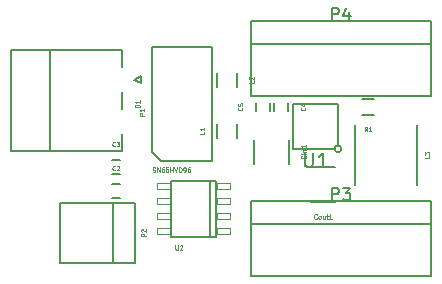
<source format=gbr>
G04 #@! TF.FileFunction,Legend,Top*
%FSLAX46Y46*%
G04 Gerber Fmt 4.6, Leading zero omitted, Abs format (unit mm)*
G04 Created by KiCad (PCBNEW 4.0.4-stable) date 11/07/16 13:36:44*
%MOMM*%
%LPD*%
G01*
G04 APERTURE LIST*
%ADD10C,0.100000*%
%ADD11C,0.150000*%
%ADD12C,0.066040*%
%ADD13C,0.203200*%
%ADD14C,0.050800*%
G04 APERTURE END LIST*
D10*
D11*
X120554000Y-111668000D02*
X121254000Y-111668000D01*
X121254000Y-112868000D02*
X120554000Y-112868000D01*
X120554000Y-109636000D02*
X121254000Y-109636000D01*
X121254000Y-110836000D02*
X120554000Y-110836000D01*
X135474000Y-104806000D02*
X135474000Y-105506000D01*
X134274000Y-105506000D02*
X134274000Y-104806000D01*
X132750000Y-105506000D02*
X132750000Y-104806000D01*
X133950000Y-104806000D02*
X133950000Y-105506000D01*
X135587000Y-109966000D02*
X135587000Y-107966000D01*
X132637000Y-107966000D02*
X132637000Y-109966000D01*
X137430000Y-113235000D02*
X139430000Y-113235000D01*
X139430000Y-110285000D02*
X137430000Y-110285000D01*
X129032000Y-109728000D02*
X124714000Y-109728000D01*
X124714000Y-109728000D02*
X123952000Y-108966000D01*
X123952000Y-108966000D02*
X123952000Y-100076000D01*
X123952000Y-100076000D02*
X124968000Y-100076000D01*
X129037000Y-109702000D02*
X129037000Y-100102000D01*
X129037000Y-100102000D02*
X124947000Y-100102000D01*
X131177000Y-106588000D02*
X131177000Y-107788000D01*
X129427000Y-107788000D02*
X129427000Y-106588000D01*
X129427000Y-103470000D02*
X129427000Y-102270000D01*
X131177000Y-102270000D02*
X131177000Y-103470000D01*
X121422000Y-100340000D02*
X112062000Y-100340000D01*
X112062000Y-100340000D02*
X112062000Y-108900000D01*
X112062000Y-108900000D02*
X121422000Y-108900000D01*
X121422000Y-100340000D02*
X121422000Y-101820000D01*
X121422000Y-108900000D02*
X121422000Y-107420000D01*
X121422000Y-103920000D02*
X121422000Y-105320000D01*
X115342000Y-100340000D02*
X115342000Y-108900000D01*
X122442000Y-102870000D02*
X123042000Y-103170000D01*
X123042000Y-103170000D02*
X123042000Y-102570000D01*
X123042000Y-102570000D02*
X122442000Y-102870000D01*
X120650000Y-118364000D02*
X120650000Y-113284000D01*
X116205000Y-118364000D02*
X116205000Y-113284000D01*
X122555000Y-113284000D02*
X122555000Y-118364000D01*
X122555000Y-113284000D02*
X116205000Y-113284000D01*
X122555000Y-118364000D02*
X116205000Y-118364000D01*
X141740000Y-104481000D02*
X142740000Y-104481000D01*
X142740000Y-105831000D02*
X141740000Y-105831000D01*
D12*
X130606800Y-115940840D02*
X130606800Y-115450620D01*
X130606800Y-115450620D02*
X129506980Y-115450620D01*
X129506980Y-115940840D02*
X129506980Y-115450620D01*
X130606800Y-115940840D02*
X129506980Y-115940840D01*
X130606800Y-114670840D02*
X130606800Y-114180620D01*
X130606800Y-114180620D02*
X129506980Y-114180620D01*
X129506980Y-114670840D02*
X129506980Y-114180620D01*
X130606800Y-114670840D02*
X129506980Y-114670840D01*
X130606800Y-113403380D02*
X130606800Y-112913160D01*
X130606800Y-112913160D02*
X129506980Y-112913160D01*
X129506980Y-113403380D02*
X129506980Y-112913160D01*
X130606800Y-113403380D02*
X129506980Y-113403380D01*
X130606800Y-112133380D02*
X130606800Y-111643160D01*
X130606800Y-111643160D02*
X129506980Y-111643160D01*
X129506980Y-112133380D02*
X129506980Y-111643160D01*
X130606800Y-112133380D02*
X129506980Y-112133380D01*
X125509020Y-112133380D02*
X125509020Y-111643160D01*
X125509020Y-111643160D02*
X124409200Y-111643160D01*
X124409200Y-112133380D02*
X124409200Y-111643160D01*
X125509020Y-112133380D02*
X124409200Y-112133380D01*
X125509020Y-113403380D02*
X125509020Y-112913160D01*
X125509020Y-112913160D02*
X124409200Y-112913160D01*
X124409200Y-113403380D02*
X124409200Y-112913160D01*
X125509020Y-113403380D02*
X124409200Y-113403380D01*
X125509020Y-114670840D02*
X125509020Y-114180620D01*
X125509020Y-114180620D02*
X124409200Y-114180620D01*
X124409200Y-114670840D02*
X124409200Y-114180620D01*
X125509020Y-114670840D02*
X124409200Y-114670840D01*
X125509020Y-115940840D02*
X125509020Y-115450620D01*
X125509020Y-115450620D02*
X124409200Y-115450620D01*
X124409200Y-115940840D02*
X124409200Y-115450620D01*
X125509020Y-115940840D02*
X124409200Y-115940840D01*
D13*
X125608080Y-111394240D02*
X128907540Y-111394240D01*
X128907540Y-111394240D02*
X129407920Y-111394240D01*
X129407920Y-111394240D02*
X129407920Y-116189760D01*
X129407920Y-116189760D02*
X128907540Y-116189760D01*
X128907540Y-116189760D02*
X125608080Y-116189760D01*
X125608080Y-116189760D02*
X125608080Y-111394240D01*
X128907540Y-111394240D02*
X128907540Y-116189760D01*
D11*
X146364000Y-106670000D02*
X146364000Y-111770000D01*
X141164000Y-106670000D02*
X141164000Y-111770000D01*
X139954000Y-119507000D02*
X147574000Y-119507000D01*
X139954000Y-115062000D02*
X147574000Y-115062000D01*
X139954000Y-113157000D02*
X147574000Y-113157000D01*
X132334000Y-113157000D02*
X132334000Y-119507000D01*
X147574000Y-113157000D02*
X147574000Y-119507000D01*
X139954000Y-115062000D02*
X132334000Y-115062000D01*
X132334000Y-113157000D02*
X139954000Y-113157000D01*
X139954000Y-119507000D02*
X132334000Y-119507000D01*
X139954000Y-104267000D02*
X147574000Y-104267000D01*
X139954000Y-99822000D02*
X147574000Y-99822000D01*
X139954000Y-97917000D02*
X147574000Y-97917000D01*
X132334000Y-97917000D02*
X132334000Y-104267000D01*
X147574000Y-97917000D02*
X147574000Y-104267000D01*
X139954000Y-99822000D02*
X132334000Y-99822000D01*
X132334000Y-97917000D02*
X139954000Y-97917000D01*
X139954000Y-104267000D02*
X132334000Y-104267000D01*
X139446000Y-108712000D02*
X135890000Y-108712000D01*
X135890000Y-108712000D02*
X135890000Y-104902000D01*
X135890000Y-104902000D02*
X139700000Y-104902000D01*
X139700000Y-104902000D02*
X139700000Y-108458000D01*
X139983981Y-108712000D02*
G75*
G03X139983981Y-108712000I-283981J0D01*
G01*
D14*
X120840501Y-110504071D02*
X120822358Y-110522214D01*
X120767929Y-110540357D01*
X120731643Y-110540357D01*
X120677215Y-110522214D01*
X120640929Y-110485929D01*
X120622786Y-110449643D01*
X120604643Y-110377071D01*
X120604643Y-110322643D01*
X120622786Y-110250071D01*
X120640929Y-110213786D01*
X120677215Y-110177500D01*
X120731643Y-110159357D01*
X120767929Y-110159357D01*
X120822358Y-110177500D01*
X120840501Y-110195643D01*
X120985643Y-110195643D02*
X121003786Y-110177500D01*
X121040072Y-110159357D01*
X121130786Y-110159357D01*
X121167072Y-110177500D01*
X121185215Y-110195643D01*
X121203358Y-110231929D01*
X121203358Y-110268214D01*
X121185215Y-110322643D01*
X120967501Y-110540357D01*
X121203358Y-110540357D01*
X120840501Y-108472071D02*
X120822358Y-108490214D01*
X120767929Y-108508357D01*
X120731643Y-108508357D01*
X120677215Y-108490214D01*
X120640929Y-108453929D01*
X120622786Y-108417643D01*
X120604643Y-108345071D01*
X120604643Y-108290643D01*
X120622786Y-108218071D01*
X120640929Y-108181786D01*
X120677215Y-108145500D01*
X120731643Y-108127357D01*
X120767929Y-108127357D01*
X120822358Y-108145500D01*
X120840501Y-108163643D01*
X120967501Y-108127357D02*
X121203358Y-108127357D01*
X121076358Y-108272500D01*
X121130786Y-108272500D01*
X121167072Y-108290643D01*
X121185215Y-108308786D01*
X121203358Y-108345071D01*
X121203358Y-108435786D01*
X121185215Y-108472071D01*
X121167072Y-108490214D01*
X121130786Y-108508357D01*
X121021929Y-108508357D01*
X120985643Y-108490214D01*
X120967501Y-108472071D01*
X136910071Y-105219499D02*
X136928214Y-105237642D01*
X136946357Y-105292071D01*
X136946357Y-105328357D01*
X136928214Y-105382785D01*
X136891929Y-105419071D01*
X136855643Y-105437214D01*
X136783071Y-105455357D01*
X136728643Y-105455357D01*
X136656071Y-105437214D01*
X136619786Y-105419071D01*
X136583500Y-105382785D01*
X136565357Y-105328357D01*
X136565357Y-105292071D01*
X136583500Y-105237642D01*
X136601643Y-105219499D01*
X136692357Y-104892928D02*
X136946357Y-104892928D01*
X136547214Y-104983642D02*
X136819357Y-105074357D01*
X136819357Y-104838499D01*
X131586071Y-105219499D02*
X131604214Y-105237642D01*
X131622357Y-105292071D01*
X131622357Y-105328357D01*
X131604214Y-105382785D01*
X131567929Y-105419071D01*
X131531643Y-105437214D01*
X131459071Y-105455357D01*
X131404643Y-105455357D01*
X131332071Y-105437214D01*
X131295786Y-105419071D01*
X131259500Y-105382785D01*
X131241357Y-105328357D01*
X131241357Y-105292071D01*
X131259500Y-105237642D01*
X131277643Y-105219499D01*
X131241357Y-104874785D02*
X131241357Y-105056214D01*
X131422786Y-105074357D01*
X131404643Y-105056214D01*
X131386500Y-105019928D01*
X131386500Y-104929214D01*
X131404643Y-104892928D01*
X131422786Y-104874785D01*
X131459071Y-104856642D01*
X131549786Y-104856642D01*
X131586071Y-104874785D01*
X131604214Y-104892928D01*
X131622357Y-104929214D01*
X131622357Y-105019928D01*
X131604214Y-105056214D01*
X131586071Y-105074357D01*
X136948071Y-109292571D02*
X136966214Y-109310714D01*
X136984357Y-109365143D01*
X136984357Y-109401429D01*
X136966214Y-109455857D01*
X136929929Y-109492143D01*
X136893643Y-109510286D01*
X136821071Y-109528429D01*
X136766643Y-109528429D01*
X136694071Y-109510286D01*
X136657786Y-109492143D01*
X136621500Y-109455857D01*
X136603357Y-109401429D01*
X136603357Y-109365143D01*
X136621500Y-109310714D01*
X136639643Y-109292571D01*
X136984357Y-109129286D02*
X136730357Y-109129286D01*
X136603357Y-109129286D02*
X136621500Y-109147429D01*
X136639643Y-109129286D01*
X136621500Y-109111143D01*
X136603357Y-109129286D01*
X136639643Y-109129286D01*
X136730357Y-108947857D02*
X136984357Y-108947857D01*
X136766643Y-108947857D02*
X136748500Y-108929714D01*
X136730357Y-108893428D01*
X136730357Y-108839000D01*
X136748500Y-108802714D01*
X136784786Y-108784571D01*
X136984357Y-108784571D01*
X136984357Y-108403571D02*
X136984357Y-108621286D01*
X136984357Y-108512428D02*
X136603357Y-108512428D01*
X136657786Y-108548714D01*
X136694071Y-108585000D01*
X136712214Y-108621286D01*
X137912930Y-114596071D02*
X137894787Y-114614214D01*
X137840358Y-114632357D01*
X137804072Y-114632357D01*
X137749644Y-114614214D01*
X137713358Y-114577929D01*
X137695215Y-114541643D01*
X137677072Y-114469071D01*
X137677072Y-114414643D01*
X137695215Y-114342071D01*
X137713358Y-114305786D01*
X137749644Y-114269500D01*
X137804072Y-114251357D01*
X137840358Y-114251357D01*
X137894787Y-114269500D01*
X137912930Y-114287643D01*
X138130644Y-114632357D02*
X138094358Y-114614214D01*
X138076215Y-114596071D01*
X138058072Y-114559786D01*
X138058072Y-114450929D01*
X138076215Y-114414643D01*
X138094358Y-114396500D01*
X138130644Y-114378357D01*
X138185072Y-114378357D01*
X138221358Y-114396500D01*
X138239501Y-114414643D01*
X138257644Y-114450929D01*
X138257644Y-114559786D01*
X138239501Y-114596071D01*
X138221358Y-114614214D01*
X138185072Y-114632357D01*
X138130644Y-114632357D01*
X138584215Y-114378357D02*
X138584215Y-114632357D01*
X138420929Y-114378357D02*
X138420929Y-114577929D01*
X138439072Y-114614214D01*
X138475358Y-114632357D01*
X138529786Y-114632357D01*
X138566072Y-114614214D01*
X138584215Y-114596071D01*
X138711215Y-114378357D02*
X138856358Y-114378357D01*
X138765643Y-114251357D02*
X138765643Y-114577929D01*
X138783786Y-114614214D01*
X138820072Y-114632357D01*
X138856358Y-114632357D01*
X139182929Y-114632357D02*
X138965214Y-114632357D01*
X139074072Y-114632357D02*
X139074072Y-114251357D01*
X139037786Y-114305786D01*
X139001500Y-114342071D01*
X138965214Y-114360214D01*
X122919357Y-105183214D02*
X122538357Y-105183214D01*
X122538357Y-105092499D01*
X122556500Y-105038071D01*
X122592786Y-105001785D01*
X122629071Y-104983642D01*
X122701643Y-104965499D01*
X122756071Y-104965499D01*
X122828643Y-104983642D01*
X122864929Y-105001785D01*
X122901214Y-105038071D01*
X122919357Y-105092499D01*
X122919357Y-105183214D01*
X122919357Y-104602642D02*
X122919357Y-104820357D01*
X122919357Y-104711499D02*
X122538357Y-104711499D01*
X122592786Y-104747785D01*
X122629071Y-104784071D01*
X122647214Y-104820357D01*
X128374357Y-107251500D02*
X128374357Y-107432929D01*
X127993357Y-107432929D01*
X128374357Y-106924928D02*
X128374357Y-107142643D01*
X128374357Y-107033785D02*
X127993357Y-107033785D01*
X128047786Y-107070071D01*
X128084071Y-107106357D01*
X128102214Y-107142643D01*
X132574357Y-102933500D02*
X132574357Y-103114929D01*
X132193357Y-103114929D01*
X132229643Y-102824643D02*
X132211500Y-102806500D01*
X132193357Y-102770214D01*
X132193357Y-102679500D01*
X132211500Y-102643214D01*
X132229643Y-102625071D01*
X132265929Y-102606928D01*
X132302214Y-102606928D01*
X132356643Y-102625071D01*
X132574357Y-102842785D01*
X132574357Y-102606928D01*
X123314357Y-105901214D02*
X122933357Y-105901214D01*
X122933357Y-105756071D01*
X122951500Y-105719785D01*
X122969643Y-105701642D01*
X123005929Y-105683499D01*
X123060357Y-105683499D01*
X123096643Y-105701642D01*
X123114786Y-105719785D01*
X123132929Y-105756071D01*
X123132929Y-105901214D01*
X123314357Y-105320642D02*
X123314357Y-105538357D01*
X123314357Y-105429499D02*
X122933357Y-105429499D01*
X122987786Y-105465785D01*
X123024071Y-105502071D01*
X123042214Y-105538357D01*
X123452357Y-116105214D02*
X123071357Y-116105214D01*
X123071357Y-115960071D01*
X123089500Y-115923785D01*
X123107643Y-115905642D01*
X123143929Y-115887499D01*
X123198357Y-115887499D01*
X123234643Y-115905642D01*
X123252786Y-115923785D01*
X123270929Y-115960071D01*
X123270929Y-116105214D01*
X123107643Y-115742357D02*
X123089500Y-115724214D01*
X123071357Y-115687928D01*
X123071357Y-115597214D01*
X123089500Y-115560928D01*
X123107643Y-115542785D01*
X123143929Y-115524642D01*
X123180214Y-115524642D01*
X123234643Y-115542785D01*
X123452357Y-115760499D01*
X123452357Y-115524642D01*
X142176501Y-107228357D02*
X142049501Y-107046929D01*
X141958786Y-107228357D02*
X141958786Y-106847357D01*
X142103929Y-106847357D01*
X142140215Y-106865500D01*
X142158358Y-106883643D01*
X142176501Y-106919929D01*
X142176501Y-106974357D01*
X142158358Y-107010643D01*
X142140215Y-107028786D01*
X142103929Y-107046929D01*
X141958786Y-107046929D01*
X142539358Y-107228357D02*
X142321643Y-107228357D01*
X142430501Y-107228357D02*
X142430501Y-106847357D01*
X142394215Y-106901786D01*
X142357929Y-106938071D01*
X142321643Y-106956214D01*
X125947714Y-116885357D02*
X125947714Y-117193786D01*
X125965857Y-117230071D01*
X125984000Y-117248214D01*
X126020286Y-117266357D01*
X126092857Y-117266357D01*
X126129143Y-117248214D01*
X126147286Y-117230071D01*
X126165429Y-117193786D01*
X126165429Y-116885357D01*
X126328714Y-116921643D02*
X126346857Y-116903500D01*
X126383143Y-116885357D01*
X126473857Y-116885357D01*
X126510143Y-116903500D01*
X126528286Y-116921643D01*
X126546429Y-116957929D01*
X126546429Y-116994214D01*
X126528286Y-117048643D01*
X126310572Y-117266357D01*
X126546429Y-117266357D01*
X124015500Y-110644214D02*
X124069929Y-110662357D01*
X124160643Y-110662357D01*
X124196929Y-110644214D01*
X124215072Y-110626071D01*
X124233215Y-110589786D01*
X124233215Y-110553500D01*
X124215072Y-110517214D01*
X124196929Y-110499071D01*
X124160643Y-110480929D01*
X124088072Y-110462786D01*
X124051786Y-110444643D01*
X124033643Y-110426500D01*
X124015500Y-110390214D01*
X124015500Y-110353929D01*
X124033643Y-110317643D01*
X124051786Y-110299500D01*
X124088072Y-110281357D01*
X124178786Y-110281357D01*
X124233215Y-110299500D01*
X124396500Y-110662357D02*
X124396500Y-110281357D01*
X124614215Y-110662357D01*
X124614215Y-110281357D01*
X124958929Y-110281357D02*
X124886358Y-110281357D01*
X124850072Y-110299500D01*
X124831929Y-110317643D01*
X124795643Y-110372071D01*
X124777500Y-110444643D01*
X124777500Y-110589786D01*
X124795643Y-110626071D01*
X124813786Y-110644214D01*
X124850072Y-110662357D01*
X124922643Y-110662357D01*
X124958929Y-110644214D01*
X124977072Y-110626071D01*
X124995215Y-110589786D01*
X124995215Y-110499071D01*
X124977072Y-110462786D01*
X124958929Y-110444643D01*
X124922643Y-110426500D01*
X124850072Y-110426500D01*
X124813786Y-110444643D01*
X124795643Y-110462786D01*
X124777500Y-110499071D01*
X125339929Y-110281357D02*
X125158500Y-110281357D01*
X125140357Y-110462786D01*
X125158500Y-110444643D01*
X125194786Y-110426500D01*
X125285500Y-110426500D01*
X125321786Y-110444643D01*
X125339929Y-110462786D01*
X125358072Y-110499071D01*
X125358072Y-110589786D01*
X125339929Y-110626071D01*
X125321786Y-110644214D01*
X125285500Y-110662357D01*
X125194786Y-110662357D01*
X125158500Y-110644214D01*
X125140357Y-110626071D01*
X125521357Y-110662357D02*
X125521357Y-110281357D01*
X125521357Y-110462786D02*
X125739072Y-110462786D01*
X125739072Y-110662357D02*
X125739072Y-110281357D01*
X125866072Y-110281357D02*
X125993072Y-110662357D01*
X126120072Y-110281357D01*
X126247071Y-110662357D02*
X126247071Y-110281357D01*
X126337786Y-110281357D01*
X126392214Y-110299500D01*
X126428500Y-110335786D01*
X126446643Y-110372071D01*
X126464786Y-110444643D01*
X126464786Y-110499071D01*
X126446643Y-110571643D01*
X126428500Y-110607929D01*
X126392214Y-110644214D01*
X126337786Y-110662357D01*
X126247071Y-110662357D01*
X126646214Y-110662357D02*
X126718786Y-110662357D01*
X126755071Y-110644214D01*
X126773214Y-110626071D01*
X126809500Y-110571643D01*
X126827643Y-110499071D01*
X126827643Y-110353929D01*
X126809500Y-110317643D01*
X126791357Y-110299500D01*
X126755071Y-110281357D01*
X126682500Y-110281357D01*
X126646214Y-110299500D01*
X126628071Y-110317643D01*
X126609928Y-110353929D01*
X126609928Y-110444643D01*
X126628071Y-110480929D01*
X126646214Y-110499071D01*
X126682500Y-110517214D01*
X126755071Y-110517214D01*
X126791357Y-110499071D01*
X126809500Y-110480929D01*
X126827643Y-110444643D01*
X127154214Y-110281357D02*
X127081643Y-110281357D01*
X127045357Y-110299500D01*
X127027214Y-110317643D01*
X126990928Y-110372071D01*
X126972785Y-110444643D01*
X126972785Y-110589786D01*
X126990928Y-110626071D01*
X127009071Y-110644214D01*
X127045357Y-110662357D01*
X127117928Y-110662357D01*
X127154214Y-110644214D01*
X127172357Y-110626071D01*
X127190500Y-110589786D01*
X127190500Y-110499071D01*
X127172357Y-110462786D01*
X127154214Y-110444643D01*
X127117928Y-110426500D01*
X127045357Y-110426500D01*
X127009071Y-110444643D01*
X126990928Y-110462786D01*
X126972785Y-110499071D01*
X147436357Y-109283500D02*
X147436357Y-109464929D01*
X147055357Y-109464929D01*
X147055357Y-109192785D02*
X147055357Y-108956928D01*
X147200500Y-109083928D01*
X147200500Y-109029500D01*
X147218643Y-108993214D01*
X147236786Y-108975071D01*
X147273071Y-108956928D01*
X147363786Y-108956928D01*
X147400071Y-108975071D01*
X147418214Y-108993214D01*
X147436357Y-109029500D01*
X147436357Y-109138357D01*
X147418214Y-109174643D01*
X147400071Y-109192785D01*
D11*
X139215905Y-113034381D02*
X139215905Y-112034381D01*
X139596858Y-112034381D01*
X139692096Y-112082000D01*
X139739715Y-112129619D01*
X139787334Y-112224857D01*
X139787334Y-112367714D01*
X139739715Y-112462952D01*
X139692096Y-112510571D01*
X139596858Y-112558190D01*
X139215905Y-112558190D01*
X140120667Y-112034381D02*
X140739715Y-112034381D01*
X140406381Y-112415333D01*
X140549239Y-112415333D01*
X140644477Y-112462952D01*
X140692096Y-112510571D01*
X140739715Y-112605810D01*
X140739715Y-112843905D01*
X140692096Y-112939143D01*
X140644477Y-112986762D01*
X140549239Y-113034381D01*
X140263524Y-113034381D01*
X140168286Y-112986762D01*
X140120667Y-112939143D01*
X139215905Y-97794381D02*
X139215905Y-96794381D01*
X139596858Y-96794381D01*
X139692096Y-96842000D01*
X139739715Y-96889619D01*
X139787334Y-96984857D01*
X139787334Y-97127714D01*
X139739715Y-97222952D01*
X139692096Y-97270571D01*
X139596858Y-97318190D01*
X139215905Y-97318190D01*
X140644477Y-97127714D02*
X140644477Y-97794381D01*
X140406381Y-96746762D02*
X140168286Y-97461048D01*
X140787334Y-97461048D01*
X136880714Y-109049857D02*
X136880714Y-110021286D01*
X136937857Y-110135571D01*
X136995000Y-110192714D01*
X137109286Y-110249857D01*
X137337857Y-110249857D01*
X137452143Y-110192714D01*
X137509286Y-110135571D01*
X137566429Y-110021286D01*
X137566429Y-109049857D01*
X138766429Y-110249857D02*
X138080714Y-110249857D01*
X138423572Y-110249857D02*
X138423572Y-109049857D01*
X138309286Y-109221286D01*
X138195000Y-109335571D01*
X138080714Y-109392714D01*
M02*

</source>
